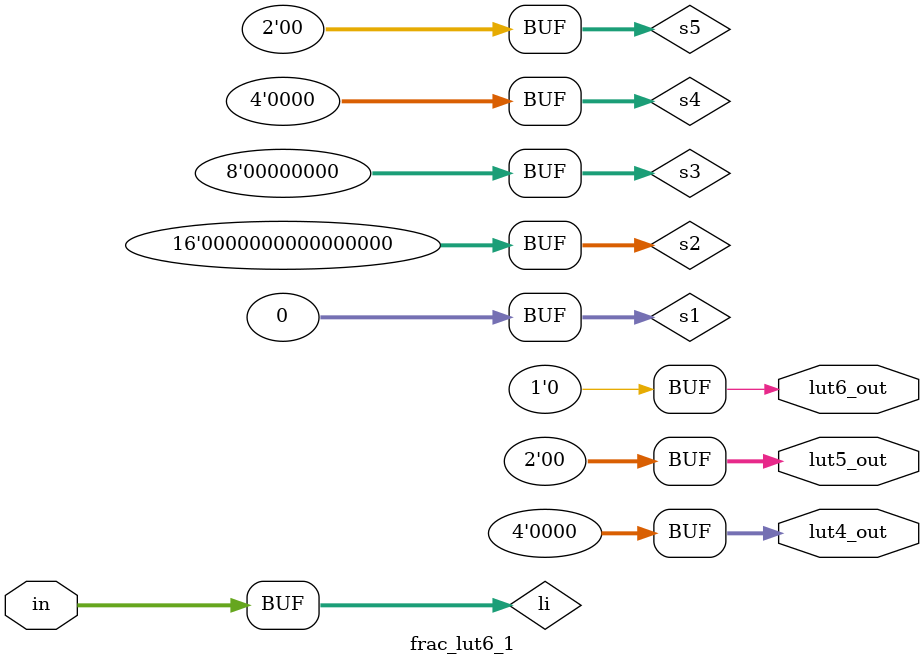
<source format=v>
module frac_lut6_1(
    input [0:5] in,
    output [0:3] lut4_out,
    output [0:1] lut5_out,
    output lut6_out
);
    parameter [0:63] LUT = 0;
    wire [0:5] li = in;
    wire [0:31] s1 = li[0] ?
    {LUT[0] , LUT[2] , LUT[4] , LUT[6] , LUT[8] , LUT[10], LUT[12], LUT[14], 
     LUT[16], LUT[18], LUT[20], LUT[22], LUT[24], LUT[26], LUT[28], LUT[30],
     LUT[32], LUT[34], LUT[36], LUT[38], LUT[40], LUT[42], LUT[44], LUT[46],
     LUT[48], LUT[50], LUT[52], LUT[54], LUT[56], LUT[58], LUT[60], LUT[62]}:
    {LUT[1] , LUT[3] , LUT[5] , LUT[7] , LUT[9] , LUT[11], LUT[13], LUT[15], 
     LUT[17], LUT[19], LUT[21], LUT[23], LUT[25], LUT[27], LUT[29], LUT[31],
     LUT[33], LUT[35], LUT[37], LUT[39], LUT[41], LUT[43], LUT[45], LUT[47],
     LUT[49], LUT[51], LUT[53], LUT[55], LUT[57], LUT[59], LUT[61], LUT[63]};
    wire [0:15] s2 = li[1] ?
    {s1[0] , s1[2] , s1[4] , s1[6] , s1[8] , s1[10], s1[12], s1[14],
     s1[16], s1[18], s1[20], s1[22], s1[24], s1[26], s1[28], s1[30]}:
    {s1[1] , s1[3] , s1[5] , s1[7] , s1[9] , s1[11], s1[13], s1[15],
     s1[17], s1[19], s1[21], s1[23], s1[25], s1[27], s1[29], s1[31]};
    wire [0:7] s3 = li[2] ?
    {s2[0], s2[2], s2[4], s2[6], s2[8], s2[10], s2[12], s2[14]}:
    {s2[1], s2[3], s2[5], s2[7], s2[9], s2[11], s2[13], s2[15]};
    wire [0:3] s4 = li[3] ? {s3[0], s3[2], s3[4], s3[6]}:
                            {s3[1], s3[3], s3[5], s3[7]};
    wire [0:1] s5 = li[4] ? {s4[0], s4[2]} : {s4[1], s4[3]};
    assign lut4_out[0] = s4[0];
    assign lut4_out[1] = s4[1];
    assign lut4_out[2] = s4[2];
    assign lut4_out[3] = s4[3];
    assign lut5_out[0] = s5[0];
    assign lut5_out[1] = s5[1];
    assign lut6_out = li[5] ? s5[0] : s5[1];
endmodule
</source>
